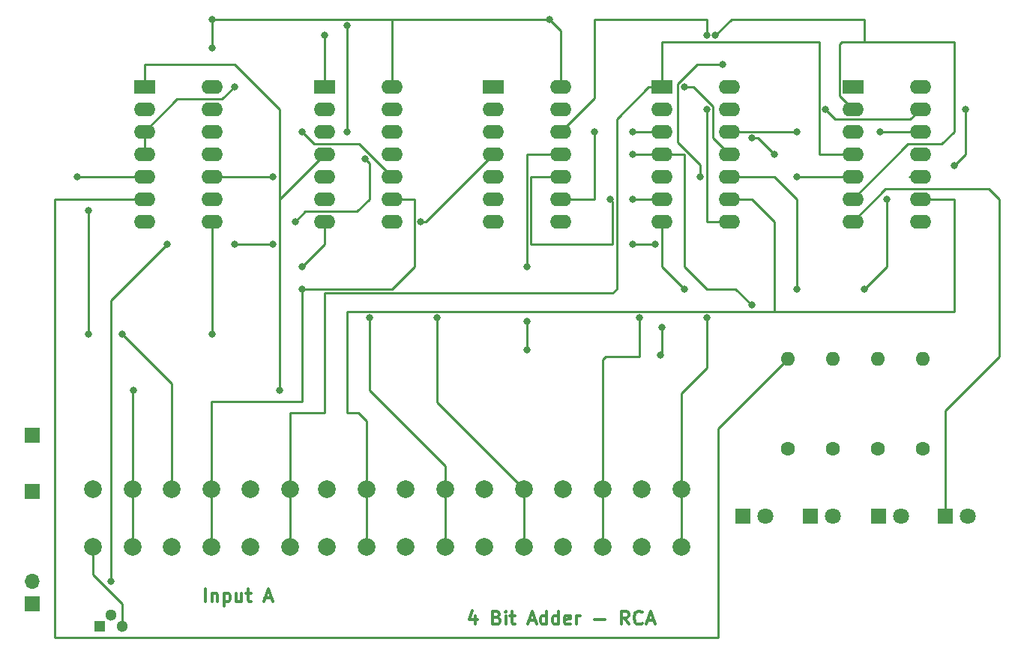
<source format=gbr>
%TF.GenerationSoftware,KiCad,Pcbnew,7.0.9*%
%TF.CreationDate,2023-12-29T15:51:12+11:00*%
%TF.ProjectId,cpu,6370752e-6b69-4636-9164-5f7063625858,rev?*%
%TF.SameCoordinates,Original*%
%TF.FileFunction,Copper,L1,Top*%
%TF.FilePolarity,Positive*%
%FSLAX46Y46*%
G04 Gerber Fmt 4.6, Leading zero omitted, Abs format (unit mm)*
G04 Created by KiCad (PCBNEW 7.0.9) date 2023-12-29 15:51:12*
%MOMM*%
%LPD*%
G01*
G04 APERTURE LIST*
%ADD10C,0.300000*%
%TA.AperFunction,NonConductor*%
%ADD11C,0.300000*%
%TD*%
%TA.AperFunction,ComponentPad*%
%ADD12C,1.600000*%
%TD*%
%TA.AperFunction,ComponentPad*%
%ADD13O,1.600000X1.600000*%
%TD*%
%TA.AperFunction,ComponentPad*%
%ADD14C,2.000000*%
%TD*%
%TA.AperFunction,ComponentPad*%
%ADD15R,1.800000X1.800000*%
%TD*%
%TA.AperFunction,ComponentPad*%
%ADD16C,1.800000*%
%TD*%
%TA.AperFunction,ComponentPad*%
%ADD17R,2.400000X1.600000*%
%TD*%
%TA.AperFunction,ComponentPad*%
%ADD18O,2.400000X1.600000*%
%TD*%
%TA.AperFunction,ComponentPad*%
%ADD19R,1.700000X1.700000*%
%TD*%
%TA.AperFunction,ComponentPad*%
%ADD20O,1.700000X1.700000*%
%TD*%
%TA.AperFunction,ComponentPad*%
%ADD21R,1.300000X1.300000*%
%TD*%
%TA.AperFunction,ComponentPad*%
%ADD22C,1.300000*%
%TD*%
%TA.AperFunction,ViaPad*%
%ADD23C,0.800000*%
%TD*%
%TA.AperFunction,Conductor*%
%ADD24C,0.250000*%
%TD*%
G04 APERTURE END LIST*
D10*
D11*
X90724510Y-149660828D02*
X90724510Y-148160828D01*
X91438796Y-148660828D02*
X91438796Y-149660828D01*
X91438796Y-148803685D02*
X91510225Y-148732257D01*
X91510225Y-148732257D02*
X91653082Y-148660828D01*
X91653082Y-148660828D02*
X91867368Y-148660828D01*
X91867368Y-148660828D02*
X92010225Y-148732257D01*
X92010225Y-148732257D02*
X92081654Y-148875114D01*
X92081654Y-148875114D02*
X92081654Y-149660828D01*
X92795939Y-148660828D02*
X92795939Y-150160828D01*
X92795939Y-148732257D02*
X92938797Y-148660828D01*
X92938797Y-148660828D02*
X93224511Y-148660828D01*
X93224511Y-148660828D02*
X93367368Y-148732257D01*
X93367368Y-148732257D02*
X93438797Y-148803685D01*
X93438797Y-148803685D02*
X93510225Y-148946542D01*
X93510225Y-148946542D02*
X93510225Y-149375114D01*
X93510225Y-149375114D02*
X93438797Y-149517971D01*
X93438797Y-149517971D02*
X93367368Y-149589400D01*
X93367368Y-149589400D02*
X93224511Y-149660828D01*
X93224511Y-149660828D02*
X92938797Y-149660828D01*
X92938797Y-149660828D02*
X92795939Y-149589400D01*
X94795940Y-148660828D02*
X94795940Y-149660828D01*
X94153082Y-148660828D02*
X94153082Y-149446542D01*
X94153082Y-149446542D02*
X94224511Y-149589400D01*
X94224511Y-149589400D02*
X94367368Y-149660828D01*
X94367368Y-149660828D02*
X94581654Y-149660828D01*
X94581654Y-149660828D02*
X94724511Y-149589400D01*
X94724511Y-149589400D02*
X94795940Y-149517971D01*
X95295940Y-148660828D02*
X95867368Y-148660828D01*
X95510225Y-148160828D02*
X95510225Y-149446542D01*
X95510225Y-149446542D02*
X95581654Y-149589400D01*
X95581654Y-149589400D02*
X95724511Y-149660828D01*
X95724511Y-149660828D02*
X95867368Y-149660828D01*
X97438797Y-149232257D02*
X98153083Y-149232257D01*
X97295940Y-149660828D02*
X97795940Y-148160828D01*
X97795940Y-148160828D02*
X98295940Y-149660828D01*
D10*
D11*
X121197368Y-151200828D02*
X121197368Y-152200828D01*
X120840225Y-150629400D02*
X120483082Y-151700828D01*
X120483082Y-151700828D02*
X121411653Y-151700828D01*
X123625938Y-151415114D02*
X123840224Y-151486542D01*
X123840224Y-151486542D02*
X123911653Y-151557971D01*
X123911653Y-151557971D02*
X123983081Y-151700828D01*
X123983081Y-151700828D02*
X123983081Y-151915114D01*
X123983081Y-151915114D02*
X123911653Y-152057971D01*
X123911653Y-152057971D02*
X123840224Y-152129400D01*
X123840224Y-152129400D02*
X123697367Y-152200828D01*
X123697367Y-152200828D02*
X123125938Y-152200828D01*
X123125938Y-152200828D02*
X123125938Y-150700828D01*
X123125938Y-150700828D02*
X123625938Y-150700828D01*
X123625938Y-150700828D02*
X123768796Y-150772257D01*
X123768796Y-150772257D02*
X123840224Y-150843685D01*
X123840224Y-150843685D02*
X123911653Y-150986542D01*
X123911653Y-150986542D02*
X123911653Y-151129400D01*
X123911653Y-151129400D02*
X123840224Y-151272257D01*
X123840224Y-151272257D02*
X123768796Y-151343685D01*
X123768796Y-151343685D02*
X123625938Y-151415114D01*
X123625938Y-151415114D02*
X123125938Y-151415114D01*
X124625938Y-152200828D02*
X124625938Y-151200828D01*
X124625938Y-150700828D02*
X124554510Y-150772257D01*
X124554510Y-150772257D02*
X124625938Y-150843685D01*
X124625938Y-150843685D02*
X124697367Y-150772257D01*
X124697367Y-150772257D02*
X124625938Y-150700828D01*
X124625938Y-150700828D02*
X124625938Y-150843685D01*
X125125939Y-151200828D02*
X125697367Y-151200828D01*
X125340224Y-150700828D02*
X125340224Y-151986542D01*
X125340224Y-151986542D02*
X125411653Y-152129400D01*
X125411653Y-152129400D02*
X125554510Y-152200828D01*
X125554510Y-152200828D02*
X125697367Y-152200828D01*
X127268796Y-151772257D02*
X127983082Y-151772257D01*
X127125939Y-152200828D02*
X127625939Y-150700828D01*
X127625939Y-150700828D02*
X128125939Y-152200828D01*
X129268796Y-152200828D02*
X129268796Y-150700828D01*
X129268796Y-152129400D02*
X129125938Y-152200828D01*
X129125938Y-152200828D02*
X128840224Y-152200828D01*
X128840224Y-152200828D02*
X128697367Y-152129400D01*
X128697367Y-152129400D02*
X128625938Y-152057971D01*
X128625938Y-152057971D02*
X128554510Y-151915114D01*
X128554510Y-151915114D02*
X128554510Y-151486542D01*
X128554510Y-151486542D02*
X128625938Y-151343685D01*
X128625938Y-151343685D02*
X128697367Y-151272257D01*
X128697367Y-151272257D02*
X128840224Y-151200828D01*
X128840224Y-151200828D02*
X129125938Y-151200828D01*
X129125938Y-151200828D02*
X129268796Y-151272257D01*
X130625939Y-152200828D02*
X130625939Y-150700828D01*
X130625939Y-152129400D02*
X130483081Y-152200828D01*
X130483081Y-152200828D02*
X130197367Y-152200828D01*
X130197367Y-152200828D02*
X130054510Y-152129400D01*
X130054510Y-152129400D02*
X129983081Y-152057971D01*
X129983081Y-152057971D02*
X129911653Y-151915114D01*
X129911653Y-151915114D02*
X129911653Y-151486542D01*
X129911653Y-151486542D02*
X129983081Y-151343685D01*
X129983081Y-151343685D02*
X130054510Y-151272257D01*
X130054510Y-151272257D02*
X130197367Y-151200828D01*
X130197367Y-151200828D02*
X130483081Y-151200828D01*
X130483081Y-151200828D02*
X130625939Y-151272257D01*
X131911653Y-152129400D02*
X131768796Y-152200828D01*
X131768796Y-152200828D02*
X131483082Y-152200828D01*
X131483082Y-152200828D02*
X131340224Y-152129400D01*
X131340224Y-152129400D02*
X131268796Y-151986542D01*
X131268796Y-151986542D02*
X131268796Y-151415114D01*
X131268796Y-151415114D02*
X131340224Y-151272257D01*
X131340224Y-151272257D02*
X131483082Y-151200828D01*
X131483082Y-151200828D02*
X131768796Y-151200828D01*
X131768796Y-151200828D02*
X131911653Y-151272257D01*
X131911653Y-151272257D02*
X131983082Y-151415114D01*
X131983082Y-151415114D02*
X131983082Y-151557971D01*
X131983082Y-151557971D02*
X131268796Y-151700828D01*
X132625938Y-152200828D02*
X132625938Y-151200828D01*
X132625938Y-151486542D02*
X132697367Y-151343685D01*
X132697367Y-151343685D02*
X132768796Y-151272257D01*
X132768796Y-151272257D02*
X132911653Y-151200828D01*
X132911653Y-151200828D02*
X133054510Y-151200828D01*
X134697366Y-151629400D02*
X135840224Y-151629400D01*
X138554509Y-152200828D02*
X138054509Y-151486542D01*
X137697366Y-152200828D02*
X137697366Y-150700828D01*
X137697366Y-150700828D02*
X138268795Y-150700828D01*
X138268795Y-150700828D02*
X138411652Y-150772257D01*
X138411652Y-150772257D02*
X138483081Y-150843685D01*
X138483081Y-150843685D02*
X138554509Y-150986542D01*
X138554509Y-150986542D02*
X138554509Y-151200828D01*
X138554509Y-151200828D02*
X138483081Y-151343685D01*
X138483081Y-151343685D02*
X138411652Y-151415114D01*
X138411652Y-151415114D02*
X138268795Y-151486542D01*
X138268795Y-151486542D02*
X137697366Y-151486542D01*
X140054509Y-152057971D02*
X139983081Y-152129400D01*
X139983081Y-152129400D02*
X139768795Y-152200828D01*
X139768795Y-152200828D02*
X139625938Y-152200828D01*
X139625938Y-152200828D02*
X139411652Y-152129400D01*
X139411652Y-152129400D02*
X139268795Y-151986542D01*
X139268795Y-151986542D02*
X139197366Y-151843685D01*
X139197366Y-151843685D02*
X139125938Y-151557971D01*
X139125938Y-151557971D02*
X139125938Y-151343685D01*
X139125938Y-151343685D02*
X139197366Y-151057971D01*
X139197366Y-151057971D02*
X139268795Y-150915114D01*
X139268795Y-150915114D02*
X139411652Y-150772257D01*
X139411652Y-150772257D02*
X139625938Y-150700828D01*
X139625938Y-150700828D02*
X139768795Y-150700828D01*
X139768795Y-150700828D02*
X139983081Y-150772257D01*
X139983081Y-150772257D02*
X140054509Y-150843685D01*
X140625938Y-151772257D02*
X141340224Y-151772257D01*
X140483081Y-152200828D02*
X140983081Y-150700828D01*
X140983081Y-150700828D02*
X141483081Y-152200828D01*
D12*
%TO.P,R3,1*%
%TO.N,Net-(D3-A)*%
X166624000Y-132334000D03*
D13*
%TO.P,R3,2*%
%TO.N,Net-(R3-Pad2)*%
X166624000Y-122174000D03*
%TD*%
D14*
%TO.P,SW8,2,B*%
%TO.N,Net-(SW8-B)*%
X144454000Y-143458000D03*
X144454000Y-136958000D03*
%TO.P,SW8,1,A*%
%TO.N,Net-(SW1-A)*%
X139954000Y-143458000D03*
X139954000Y-136958000D03*
%TD*%
%TO.P,SW7,2,B*%
%TO.N,Net-(SW7-B)*%
X135564000Y-143458000D03*
X135564000Y-136958000D03*
%TO.P,SW7,1,A*%
%TO.N,Net-(SW1-A)*%
X131064000Y-143458000D03*
X131064000Y-136958000D03*
%TD*%
%TO.P,SW6,1,A*%
%TO.N,Net-(SW1-A)*%
X122174000Y-136958000D03*
X122174000Y-143458000D03*
%TO.P,SW6,2,B*%
%TO.N,Net-(SW6-B)*%
X126674000Y-136958000D03*
X126674000Y-143458000D03*
%TD*%
%TO.P,SW5,2,B*%
%TO.N,Net-(SW5-B)*%
X117784000Y-143458000D03*
X117784000Y-136958000D03*
%TO.P,SW5,1,A*%
%TO.N,Net-(SW1-A)*%
X113284000Y-143458000D03*
X113284000Y-136958000D03*
%TD*%
%TO.P,SW4,1,A*%
%TO.N,Net-(SW1-A)*%
X104394000Y-136958000D03*
X104394000Y-143458000D03*
%TO.P,SW4,2,B*%
%TO.N,Net-(SW4-B)*%
X108894000Y-136958000D03*
X108894000Y-143458000D03*
%TD*%
%TO.P,SW3,1,A*%
%TO.N,Net-(SW1-A)*%
X95794000Y-136958000D03*
X95794000Y-143458000D03*
%TO.P,SW3,2,B*%
%TO.N,Net-(SW3-B)*%
X100294000Y-136958000D03*
X100294000Y-143458000D03*
%TD*%
%TO.P,SW2,1,A*%
%TO.N,Net-(SW1-A)*%
X86904000Y-136958000D03*
X86904000Y-143458000D03*
%TO.P,SW2,2,B*%
%TO.N,Net-(SW2-B)*%
X91404000Y-136958000D03*
X91404000Y-143458000D03*
%TD*%
%TO.P,SW1,1,A*%
%TO.N,Net-(SW1-A)*%
X78014000Y-136958000D03*
X78014000Y-143458000D03*
%TO.P,SW1,2,B*%
%TO.N,Net-(SW1-B)*%
X82514000Y-136958000D03*
X82514000Y-143458000D03*
%TD*%
D15*
%TO.P,D2,1,K*%
%TO.N,Net-(BT1--)*%
X159004000Y-139954000D03*
D16*
%TO.P,D2,2,A*%
%TO.N,Net-(D2-A)*%
X161544000Y-139954000D03*
%TD*%
D17*
%TO.P,U4,1*%
%TO.N,Net-(SW3-B)*%
X142240000Y-91440000D03*
D18*
%TO.P,U4,2*%
%TO.N,Net-(SW7-B)*%
X142240000Y-93980000D03*
%TO.P,U4,3*%
%TO.N,Net-(U3-Pad9)*%
X142240000Y-96520000D03*
%TO.P,U4,4*%
%TO.N,Net-(U3-Pad6)*%
X142240000Y-99060000D03*
%TO.P,U4,5*%
%TO.N,Net-(U4-Pad5)*%
X142240000Y-101600000D03*
%TO.P,U4,6*%
%TO.N,Net-(U3-Pad10)*%
X142240000Y-104140000D03*
%TO.P,U4,7,GND*%
%TO.N,Net-(BT1--)*%
X142240000Y-106680000D03*
%TO.P,U4,8*%
%TO.N,Net-(U3-Pad12)*%
X149860000Y-106680000D03*
%TO.P,U4,9*%
%TO.N,Net-(SW4-B)*%
X149860000Y-104140000D03*
%TO.P,U4,10*%
%TO.N,Net-(SW8-B)*%
X149860000Y-101600000D03*
%TO.P,U4,11*%
%TO.N,Net-(U3-Pad13)*%
X149860000Y-99060000D03*
%TO.P,U4,12*%
%TO.N,Net-(U3-Pad8)*%
X149860000Y-96520000D03*
%TO.P,U4,13*%
%TO.N,Net-(U4-Pad13)*%
X149860000Y-93980000D03*
%TO.P,U4,14,VCC*%
%TO.N,Net-(SW1-A)*%
X149860000Y-91440000D03*
%TD*%
D19*
%TO.P,J2,1,Pin_1*%
%TO.N,Net-(J2-Pin_1)*%
X71120000Y-137160000D03*
%TD*%
D17*
%TO.P,U5,1*%
%TO.N,Net-(U3-Pad6)*%
X163840000Y-91435000D03*
D18*
%TO.P,U5,2*%
%TO.N,Net-(U4-Pad5)*%
X163840000Y-93975000D03*
%TO.P,U5,3*%
%TO.N,Net-(R3-Pad2)*%
X163840000Y-96515000D03*
%TO.P,U5,4*%
%TO.N,Net-(SW3-B)*%
X163840000Y-99055000D03*
%TO.P,U5,5*%
%TO.N,Net-(SW7-B)*%
X163840000Y-101595000D03*
%TO.P,U5,6*%
%TO.N,Net-(U4-Pad5)*%
X163840000Y-104135000D03*
%TO.P,U5,7,GND*%
%TO.N,Net-(BT1--)*%
X163840000Y-106675000D03*
%TO.P,U5,8*%
%TO.N,Net-(U4-Pad13)*%
X171460000Y-106675000D03*
%TO.P,U5,9*%
%TO.N,Net-(SW4-B)*%
X171460000Y-104135000D03*
%TO.P,U5,10*%
%TO.N,Net-(SW8-B)*%
X171460000Y-101595000D03*
%TO.P,U5,11*%
%TO.N,Net-(R4-Pad2)*%
X171460000Y-99055000D03*
%TO.P,U5,12*%
%TO.N,Net-(U3-Pad8)*%
X171460000Y-96515000D03*
%TO.P,U5,13*%
%TO.N,Net-(U4-Pad13)*%
X171460000Y-93975000D03*
%TO.P,U5,14,VCC*%
%TO.N,Net-(SW1-A)*%
X171460000Y-91435000D03*
%TD*%
D15*
%TO.P,D1,1,K*%
%TO.N,Net-(BT1--)*%
X151384000Y-139954000D03*
D16*
%TO.P,D1,2,A*%
%TO.N,Net-(D1-A)*%
X153924000Y-139954000D03*
%TD*%
D19*
%TO.P,BT1,1,+*%
%TO.N,Net-(BT1-+)*%
X71120000Y-149860000D03*
D20*
%TO.P,BT1,2,-*%
%TO.N,Net-(BT1--)*%
X71120000Y-147320000D03*
%TD*%
D12*
%TO.P,R1,1*%
%TO.N,Net-(D1-A)*%
X156464000Y-132334000D03*
D13*
%TO.P,R1,2*%
%TO.N,Net-(R1-Pad2)*%
X156464000Y-122174000D03*
%TD*%
D21*
%TO.P,U6,1,IN*%
%TO.N,Net-(BT1-+)*%
X78740000Y-152400000D03*
D22*
%TO.P,U6,2,GND*%
%TO.N,Net-(BT1--)*%
X80010000Y-151130000D03*
%TO.P,U6,3,OUT*%
%TO.N,Net-(SW1-A)*%
X81280000Y-152400000D03*
%TD*%
D19*
%TO.P,J1,1,Pin_1*%
%TO.N,Net-(J1-Pin_1)*%
X71120000Y-130810000D03*
%TD*%
D17*
%TO.P,U1,1*%
%TO.N,Net-(SW1-B)*%
X83820000Y-91440000D03*
D18*
%TO.P,U1,2*%
%TO.N,Net-(SW5-B)*%
X83820000Y-93980000D03*
%TO.P,U1,3*%
%TO.N,Net-(U1-Pad3)*%
X83820000Y-96520000D03*
%TO.P,U1,4*%
X83820000Y-99060000D03*
%TO.P,U1,5*%
%TO.N,Net-(J1-Pin_1)*%
X83820000Y-101600000D03*
%TO.P,U1,6*%
%TO.N,Net-(R1-Pad2)*%
X83820000Y-104140000D03*
%TO.P,U1,7,GND*%
%TO.N,Net-(BT1--)*%
X83820000Y-106680000D03*
%TO.P,U1,8*%
%TO.N,Net-(R2-Pad2)*%
X91440000Y-106680000D03*
%TO.P,U1,9*%
%TO.N,Net-(U1-Pad11)*%
X91440000Y-104140000D03*
%TO.P,U1,10*%
%TO.N,Net-(U1-Pad10)*%
X91440000Y-101600000D03*
%TO.P,U1,11*%
%TO.N,Net-(U1-Pad11)*%
X91440000Y-99060000D03*
%TO.P,U1,12*%
%TO.N,Net-(SW2-B)*%
X91440000Y-96520000D03*
%TO.P,U1,13*%
%TO.N,Net-(SW6-B)*%
X91440000Y-93980000D03*
%TO.P,U1,14,VCC*%
%TO.N,Net-(SW1-A)*%
X91440000Y-91440000D03*
%TD*%
D15*
%TO.P,D4,1,K*%
%TO.N,Net-(BT1--)*%
X174244000Y-139954000D03*
D16*
%TO.P,D4,2,A*%
%TO.N,Net-(D4-A)*%
X176784000Y-139954000D03*
%TD*%
D17*
%TO.P,U2,1*%
%TO.N,Net-(J1-Pin_1)*%
X104140000Y-91440000D03*
D18*
%TO.P,U2,2*%
%TO.N,Net-(U1-Pad3)*%
X104140000Y-93980000D03*
%TO.P,U2,3*%
%TO.N,Net-(U2-Pad3)*%
X104140000Y-96520000D03*
%TO.P,U2,4*%
%TO.N,Net-(SW1-B)*%
X104140000Y-99060000D03*
%TO.P,U2,5*%
%TO.N,Net-(SW5-B)*%
X104140000Y-101600000D03*
%TO.P,U2,6*%
%TO.N,Net-(U2-Pad6)*%
X104140000Y-104140000D03*
%TO.P,U2,7,GND*%
%TO.N,Net-(BT1--)*%
X104140000Y-106680000D03*
%TO.P,U2,8*%
%TO.N,Net-(U2-Pad8)*%
X111760000Y-106680000D03*
%TO.P,U2,9*%
%TO.N,Net-(SW2-B)*%
X111760000Y-104140000D03*
%TO.P,U2,10*%
%TO.N,Net-(SW6-B)*%
X111760000Y-101600000D03*
%TO.P,U2,11*%
%TO.N,Net-(U2-Pad11)*%
X111760000Y-99060000D03*
%TO.P,U2,12*%
%TO.N,Net-(U1-Pad10)*%
X111760000Y-96520000D03*
%TO.P,U2,13*%
%TO.N,Net-(U1-Pad11)*%
X111760000Y-93980000D03*
%TO.P,U2,14,VCC*%
%TO.N,Net-(SW1-A)*%
X111760000Y-91440000D03*
%TD*%
D17*
%TO.P,U3,1*%
%TO.N,Net-(U2-Pad6)*%
X123200000Y-91435000D03*
D18*
%TO.P,U3,2*%
%TO.N,Net-(U2-Pad3)*%
X123200000Y-93975000D03*
%TO.P,U3,3*%
%TO.N,Net-(U1-Pad10)*%
X123200000Y-96515000D03*
%TO.P,U3,4*%
%TO.N,Net-(U2-Pad8)*%
X123200000Y-99055000D03*
%TO.P,U3,5*%
%TO.N,Net-(U2-Pad11)*%
X123200000Y-101595000D03*
%TO.P,U3,6*%
%TO.N,Net-(U3-Pad6)*%
X123200000Y-104135000D03*
%TO.P,U3,7,GND*%
%TO.N,Net-(BT1--)*%
X123200000Y-106675000D03*
%TO.P,U3,8*%
%TO.N,Net-(U3-Pad8)*%
X130820000Y-106675000D03*
%TO.P,U3,9*%
%TO.N,Net-(U3-Pad9)*%
X130820000Y-104135000D03*
%TO.P,U3,10*%
%TO.N,Net-(U3-Pad10)*%
X130820000Y-101595000D03*
%TO.P,U3,11*%
%TO.N,Net-(J2-Pin_1)*%
X130820000Y-99055000D03*
%TO.P,U3,12*%
%TO.N,Net-(U3-Pad12)*%
X130820000Y-96515000D03*
%TO.P,U3,13*%
%TO.N,Net-(U3-Pad13)*%
X130820000Y-93975000D03*
%TO.P,U3,14,VCC*%
%TO.N,Net-(SW1-A)*%
X130820000Y-91435000D03*
%TD*%
D12*
%TO.P,R4,1*%
%TO.N,Net-(D4-A)*%
X171704000Y-132334000D03*
D13*
%TO.P,R4,2*%
%TO.N,Net-(R4-Pad2)*%
X171704000Y-122174000D03*
%TD*%
D15*
%TO.P,D3,1,K*%
%TO.N,Net-(BT1--)*%
X166744000Y-139954000D03*
D16*
%TO.P,D3,2,A*%
%TO.N,Net-(D3-A)*%
X169284000Y-139954000D03*
%TD*%
D12*
%TO.P,R2,1*%
%TO.N,Net-(D2-A)*%
X161544000Y-132334000D03*
D13*
%TO.P,R2,2*%
%TO.N,Net-(R2-Pad2)*%
X161544000Y-122174000D03*
%TD*%
D23*
%TO.N,Net-(U4-Pad13)*%
X176530000Y-93980000D03*
X175260000Y-100330000D03*
%TO.N,Net-(BT1--)*%
X80010000Y-147320000D03*
%TO.N,Net-(SW1-B)*%
X82550000Y-125730000D03*
X99060000Y-125730000D03*
%TO.N,Net-(SW1-A)*%
X77470000Y-119380000D03*
X91440000Y-83820000D03*
X77470000Y-105410000D03*
X81280000Y-119380000D03*
%TO.N,Net-(BT1--)*%
X86360000Y-109220000D03*
X142089951Y-121769951D03*
X142240000Y-118655500D03*
X101600000Y-111760000D03*
X93980000Y-109220000D03*
X144780000Y-114300000D03*
X98335500Y-109220000D03*
%TO.N,Net-(J1-Pin_1)*%
X76200000Y-101600000D03*
X104140000Y-85635500D03*
%TO.N,Net-(R2-Pad2)*%
X91440000Y-119380000D03*
%TO.N,Net-(SW1-A)*%
X129540000Y-83820000D03*
X91440000Y-87084500D03*
%TO.N,Net-(U1-Pad3)*%
X93980000Y-91440000D03*
%TO.N,Net-(U1-Pad10)*%
X108707700Y-99572300D03*
X98335500Y-101600000D03*
X100875500Y-106680000D03*
%TO.N,Net-(U2-Pad6)*%
X106680000Y-84544500D03*
X106680000Y-96520000D03*
%TO.N,Net-(U2-Pad8)*%
X115024500Y-106680000D03*
%TO.N,Net-(U3-Pad6)*%
X138975500Y-99060000D03*
X167640000Y-104140000D03*
X165100000Y-114300000D03*
X152400000Y-116115500D03*
%TO.N,Net-(U3-Pad8)*%
X166915500Y-96520000D03*
X138975500Y-109220000D03*
X157480000Y-96520000D03*
X141515500Y-109220000D03*
%TO.N,Net-(U3-Pad9)*%
X134620000Y-96520000D03*
X138975500Y-96520000D03*
%TO.N,Net-(U3-Pad10)*%
X136435500Y-104140000D03*
X138975500Y-104140000D03*
%TO.N,Net-(U3-Pad12)*%
X147320000Y-93980000D03*
X147320000Y-85635500D03*
%TO.N,Net-(U3-Pad13)*%
X144780000Y-91440000D03*
%TO.N,Net-(U4-Pad5)*%
X146595500Y-101600000D03*
X148319502Y-85634811D03*
X149135500Y-88900000D03*
%TO.N,Net-(U4-Pad13)*%
X152400000Y-97244500D03*
X154940000Y-99060000D03*
X160744500Y-93980000D03*
%TO.N,Net-(J2-Pin_1)*%
X127000000Y-117931000D03*
X127000000Y-121195500D03*
X127000000Y-111760000D03*
%TO.N,Net-(SW8-B)*%
X147320000Y-117564500D03*
X157480000Y-114300000D03*
%TO.N,Net-(SW7-B)*%
X157480000Y-101600000D03*
X139700000Y-117564500D03*
%TO.N,Net-(SW6-B)*%
X101600000Y-96520000D03*
X116840000Y-117564500D03*
%TO.N,Net-(SW5-B)*%
X109220000Y-117564500D03*
%TO.N,Net-(SW2-B)*%
X101600000Y-114300000D03*
%TD*%
D24*
%TO.N,Net-(SW8-B)*%
X144454000Y-143458000D02*
X144454000Y-136958000D01*
%TO.N,Net-(SW7-B)*%
X135564000Y-143458000D02*
X135564000Y-136958000D01*
%TO.N,Net-(SW6-B)*%
X126674000Y-143458000D02*
X126674000Y-136958000D01*
%TO.N,Net-(SW5-B)*%
X117784000Y-143458000D02*
X117784000Y-136958000D01*
%TO.N,Net-(SW4-B)*%
X108894000Y-143458000D02*
X108894000Y-136958000D01*
%TO.N,Net-(SW3-B)*%
X100294000Y-143458000D02*
X100294000Y-136958000D01*
%TO.N,Net-(SW2-B)*%
X91404000Y-143458000D02*
X91404000Y-136958000D01*
%TO.N,Net-(SW1-B)*%
X82514000Y-143458000D02*
X82514000Y-136958000D01*
%TO.N,Net-(U4-Pad13)*%
X175260000Y-100330000D02*
X176530000Y-99060000D01*
X176530000Y-99060000D02*
X176530000Y-93980000D01*
%TO.N,Net-(SW1-A)*%
X81280000Y-152400000D02*
X81280000Y-149860000D01*
X78014000Y-143458000D02*
X78014000Y-146594000D01*
X78014000Y-146594000D02*
X81280000Y-149860000D01*
X86412000Y-143458000D02*
X86904000Y-143458000D01*
%TO.N,Net-(SW3-B)*%
X104140000Y-128270000D02*
X104140000Y-114750000D01*
%TO.N,Net-(SW8-B)*%
X144454000Y-126056000D02*
X147320000Y-123190000D01*
X147320000Y-123190000D02*
X147320000Y-117564500D01*
X144454000Y-136958000D02*
X144454000Y-126056000D01*
%TO.N,Net-(SW7-B)*%
X135564000Y-122246000D02*
X135890000Y-121920000D01*
X135564000Y-136958000D02*
X135564000Y-122246000D01*
X135890000Y-121920000D02*
X139700000Y-121920000D01*
%TO.N,Net-(SW6-B)*%
X126674000Y-136958000D02*
X116840000Y-127124000D01*
X116840000Y-127124000D02*
X116840000Y-117564500D01*
%TO.N,Net-(SW5-B)*%
X109220000Y-125730000D02*
X109220000Y-117564500D01*
X117784000Y-136958000D02*
X117784000Y-134294000D01*
X117784000Y-134294000D02*
X109220000Y-125730000D01*
%TO.N,Net-(SW4-B)*%
X108894000Y-136958000D02*
X108894000Y-129214000D01*
X108894000Y-129214000D02*
X107950000Y-128270000D01*
X107950000Y-128270000D02*
X106680000Y-128270000D01*
X106680000Y-128270000D02*
X106680000Y-116840000D01*
X106680000Y-116840000D02*
X160020000Y-116840000D01*
%TO.N,Net-(SW3-B)*%
X100294000Y-136958000D02*
X100294000Y-128306000D01*
X100294000Y-128306000D02*
X100330000Y-128270000D01*
X100330000Y-128270000D02*
X104140000Y-128270000D01*
%TO.N,Net-(SW2-B)*%
X91404000Y-136958000D02*
X91404000Y-127036000D01*
X91404000Y-127036000D02*
X91440000Y-127000000D01*
X91440000Y-127000000D02*
X101600000Y-127000000D01*
X101600000Y-127000000D02*
X101600000Y-114300000D01*
%TO.N,Net-(SW1-B)*%
X82514000Y-125766000D02*
X82550000Y-125730000D01*
X82514000Y-136958000D02*
X82514000Y-125766000D01*
X99060000Y-126010000D02*
X99060000Y-125730000D01*
X99060000Y-125730000D02*
X99060000Y-93980000D01*
%TO.N,Net-(SW1-A)*%
X86904000Y-136958000D02*
X86904000Y-125004000D01*
X86904000Y-125004000D02*
X81280000Y-119380000D01*
X77470000Y-119380000D02*
X77470000Y-105410000D01*
%TO.N,Net-(BT1--)*%
X80010000Y-115570000D02*
X86360000Y-109220000D01*
X80010000Y-147320000D02*
X80010000Y-115570000D01*
%TO.N,Net-(R1-Pad2)*%
X83820000Y-104140000D02*
X73660000Y-104140000D01*
X73660000Y-104140000D02*
X73660000Y-153670000D01*
X148590000Y-130048000D02*
X156464000Y-122174000D01*
X73660000Y-153670000D02*
X148590000Y-153670000D01*
X148590000Y-153670000D02*
X148590000Y-130048000D01*
%TO.N,Net-(BT1--)*%
X180340000Y-121920000D02*
X174244000Y-128016000D01*
X174244000Y-128016000D02*
X174244000Y-139954000D01*
X101600000Y-111760000D02*
X104140000Y-109220000D01*
X179210000Y-103010000D02*
X180340000Y-104140000D01*
X163840000Y-106675000D02*
X167505000Y-103010000D01*
X142240000Y-111760000D02*
X144780000Y-114300000D01*
X180340000Y-104140000D02*
X180340000Y-121920000D01*
X167505000Y-103010000D02*
X179210000Y-103010000D01*
X93980000Y-109220000D02*
X98335500Y-109220000D01*
X142240000Y-106680000D02*
X142240000Y-111760000D01*
X142240000Y-118655500D02*
X142240000Y-121619902D01*
X104140000Y-109220000D02*
X104140000Y-106680000D01*
X142240000Y-121619902D02*
X142089951Y-121769951D01*
%TO.N,Net-(J1-Pin_1)*%
X83820000Y-101600000D02*
X76200000Y-101600000D01*
X104140000Y-85635500D02*
X104140000Y-91440000D01*
%TO.N,Net-(R2-Pad2)*%
X91440000Y-119380000D02*
X91440000Y-106680000D01*
%TO.N,Net-(SW1-A)*%
X130820000Y-85100000D02*
X129540000Y-83820000D01*
X130820000Y-91435000D02*
X130820000Y-85100000D01*
X91440000Y-83820000D02*
X109220000Y-83820000D01*
X91440000Y-87084500D02*
X91440000Y-83820000D01*
X111760000Y-91440000D02*
X111760000Y-83820000D01*
X129540000Y-83820000D02*
X109220000Y-83820000D01*
X109220000Y-83820000D02*
X111760000Y-83820000D01*
%TO.N,Net-(U1-Pad3)*%
X83820000Y-99060000D02*
X83820000Y-96520000D01*
X87485000Y-92855000D02*
X92565000Y-92855000D01*
X83820000Y-96520000D02*
X87485000Y-92855000D01*
X92565000Y-92855000D02*
X93980000Y-91440000D01*
%TO.N,Net-(U1-Pad10)*%
X109220000Y-104140000D02*
X109220000Y-100084600D01*
X91440000Y-101600000D02*
X98335500Y-101600000D01*
X100875500Y-106680000D02*
X102000500Y-105555000D01*
X109220000Y-100084600D02*
X108707700Y-99572300D01*
X102000500Y-105555000D02*
X107805000Y-105555000D01*
X107805000Y-105555000D02*
X109220000Y-104140000D01*
%TO.N,Net-(U2-Pad6)*%
X106680000Y-96520000D02*
X106680000Y-84544500D01*
%TO.N,Net-(U2-Pad8)*%
X115575000Y-106680000D02*
X115024500Y-106680000D01*
X123200000Y-99055000D02*
X115575000Y-106680000D01*
%TO.N,Net-(U3-Pad6)*%
X150584500Y-114300000D02*
X152400000Y-116115500D01*
X167640000Y-111760000D02*
X167640000Y-104140000D01*
X138975500Y-99060000D02*
X142240000Y-99060000D01*
X144780000Y-111760000D02*
X147320000Y-114300000D01*
X144780000Y-99060000D02*
X144780000Y-111760000D01*
X147320000Y-114300000D02*
X150584500Y-114300000D01*
X165100000Y-114300000D02*
X167640000Y-111760000D01*
X142240000Y-99060000D02*
X144780000Y-99060000D01*
%TO.N,Net-(U3-Pad8)*%
X166915500Y-96520000D02*
X166920500Y-96515000D01*
X138975500Y-109220000D02*
X141515500Y-109220000D01*
X149860000Y-96520000D02*
X157480000Y-96520000D01*
X166920500Y-96515000D02*
X171460000Y-96515000D01*
%TO.N,Net-(U3-Pad9)*%
X134620000Y-104140000D02*
X134620000Y-96520000D01*
X134615000Y-104135000D02*
X134620000Y-104140000D01*
X130820000Y-104135000D02*
X134615000Y-104135000D01*
X138975500Y-96520000D02*
X142240000Y-96520000D01*
%TO.N,Net-(U3-Pad10)*%
X127450000Y-109220000D02*
X136710000Y-109220000D01*
X136710000Y-104414500D02*
X136435500Y-104140000D01*
X136710000Y-109220000D02*
X136710000Y-104414500D01*
X127450000Y-101600000D02*
X127450000Y-109220000D01*
X127455000Y-101595000D02*
X127450000Y-101600000D01*
X138975500Y-104140000D02*
X142240000Y-104140000D01*
X130820000Y-101595000D02*
X127455000Y-101595000D01*
%TO.N,Net-(U3-Pad12)*%
X147320000Y-106680000D02*
X149860000Y-106680000D01*
X134620000Y-92715000D02*
X134620000Y-83820000D01*
X134620000Y-83820000D02*
X147320000Y-83820000D01*
X147320000Y-83820000D02*
X147320000Y-85635500D01*
X130820000Y-96515000D02*
X134620000Y-92715000D01*
X147320000Y-93980000D02*
X147320000Y-106680000D01*
%TO.N,Net-(U3-Pad13)*%
X145805305Y-91440000D02*
X148045000Y-93679695D01*
X148045000Y-93679695D02*
X148045000Y-97245000D01*
X148045000Y-97245000D02*
X149860000Y-99060000D01*
X144780000Y-91440000D02*
X145805305Y-91440000D01*
%TO.N,Net-(U4-Pad5)*%
X162560000Y-86360000D02*
X162315000Y-86605000D01*
X163840000Y-104135000D02*
X170045000Y-97930000D01*
X165100000Y-86360000D02*
X162560000Y-86360000D01*
X149135500Y-88900000D02*
X147320000Y-88900000D01*
X162315000Y-86605000D02*
X162315000Y-92450000D01*
X165100000Y-86360000D02*
X165100000Y-83820000D01*
X162315000Y-92450000D02*
X163840000Y-93975000D01*
X165100000Y-83820000D02*
X150134313Y-83820000D01*
X146294695Y-88900000D02*
X144055000Y-91139695D01*
X146595500Y-100239104D02*
X146595500Y-101600000D01*
X175260000Y-86360000D02*
X165100000Y-86360000D01*
X175260000Y-96520000D02*
X175260000Y-86360000D01*
X147320000Y-88900000D02*
X146294695Y-88900000D01*
X170045000Y-97930000D02*
X173850000Y-97930000D01*
X150134313Y-83820000D02*
X148319502Y-85634811D01*
X173850000Y-97930000D02*
X175260000Y-96520000D01*
X144055000Y-97698604D02*
X146595500Y-100239104D01*
X144055000Y-91139695D02*
X144055000Y-97698604D01*
%TO.N,Net-(U4-Pad13)*%
X161864500Y-95100000D02*
X160744500Y-93980000D01*
X170335000Y-95100000D02*
X161864500Y-95100000D01*
X154940000Y-99060000D02*
X153124500Y-97244500D01*
X171460000Y-93975000D02*
X170335000Y-95100000D01*
X153124500Y-97244500D02*
X152400000Y-97244500D01*
%TO.N,Net-(J2-Pin_1)*%
X127005000Y-99055000D02*
X127000000Y-99060000D01*
X130820000Y-99055000D02*
X127005000Y-99055000D01*
X127000000Y-99060000D02*
X127000000Y-111760000D01*
X127000000Y-117931000D02*
X127000000Y-121195500D01*
%TO.N,Net-(SW8-B)*%
X157480000Y-104140000D02*
X154940000Y-101600000D01*
X154940000Y-101600000D02*
X149860000Y-101600000D01*
X170180000Y-101600000D02*
X170175000Y-101595000D01*
X157480000Y-114300000D02*
X157480000Y-104140000D01*
%TO.N,Net-(SW7-B)*%
X157480000Y-101600000D02*
X157485000Y-101595000D01*
X139700000Y-121920000D02*
X139700000Y-117564500D01*
X157485000Y-101595000D02*
X163840000Y-101595000D01*
%TO.N,Net-(SW6-B)*%
X111760000Y-101600000D02*
X108095000Y-97935000D01*
X108095000Y-97935000D02*
X103015000Y-97935000D01*
X103015000Y-97935000D02*
X101600000Y-96520000D01*
%TO.N,Net-(SW4-B)*%
X175260000Y-116840000D02*
X175260000Y-104140000D01*
X175260000Y-104140000D02*
X175255000Y-104135000D01*
X154940000Y-106680000D02*
X154940000Y-116840000D01*
X152400000Y-104140000D02*
X154940000Y-106680000D01*
X154940000Y-116840000D02*
X160020000Y-116840000D01*
X175255000Y-104135000D02*
X171460000Y-104135000D01*
X149860000Y-104140000D02*
X152400000Y-104140000D01*
X160020000Y-116840000D02*
X175260000Y-116840000D01*
%TO.N,Net-(SW3-B)*%
X160025000Y-99055000D02*
X163840000Y-99055000D01*
X160020000Y-99060000D02*
X160025000Y-99055000D01*
X137160000Y-95070000D02*
X140790000Y-91440000D01*
X104140000Y-114750000D02*
X136710000Y-114750000D01*
X137160000Y-114300000D02*
X137160000Y-95070000D01*
X140790000Y-91440000D02*
X142240000Y-91440000D01*
X142240000Y-86360000D02*
X160020000Y-86360000D01*
X160020000Y-86360000D02*
X160020000Y-99060000D01*
X142240000Y-91440000D02*
X142240000Y-86360000D01*
X136710000Y-114750000D02*
X137160000Y-114300000D01*
%TO.N,Net-(SW2-B)*%
X114300000Y-104140000D02*
X111760000Y-104140000D01*
X114300000Y-111760000D02*
X114300000Y-104140000D01*
X111760000Y-114300000D02*
X114300000Y-111760000D01*
X101600000Y-114300000D02*
X111760000Y-114300000D01*
%TO.N,Net-(SW1-B)*%
X99060000Y-93980000D02*
X93980000Y-88900000D01*
X99060000Y-104140000D02*
X104140000Y-99060000D01*
X83820000Y-88900000D02*
X83820000Y-91440000D01*
X99060000Y-126010000D02*
X99060000Y-104140000D01*
X93980000Y-88900000D02*
X83820000Y-88900000D01*
%TD*%
M02*

</source>
